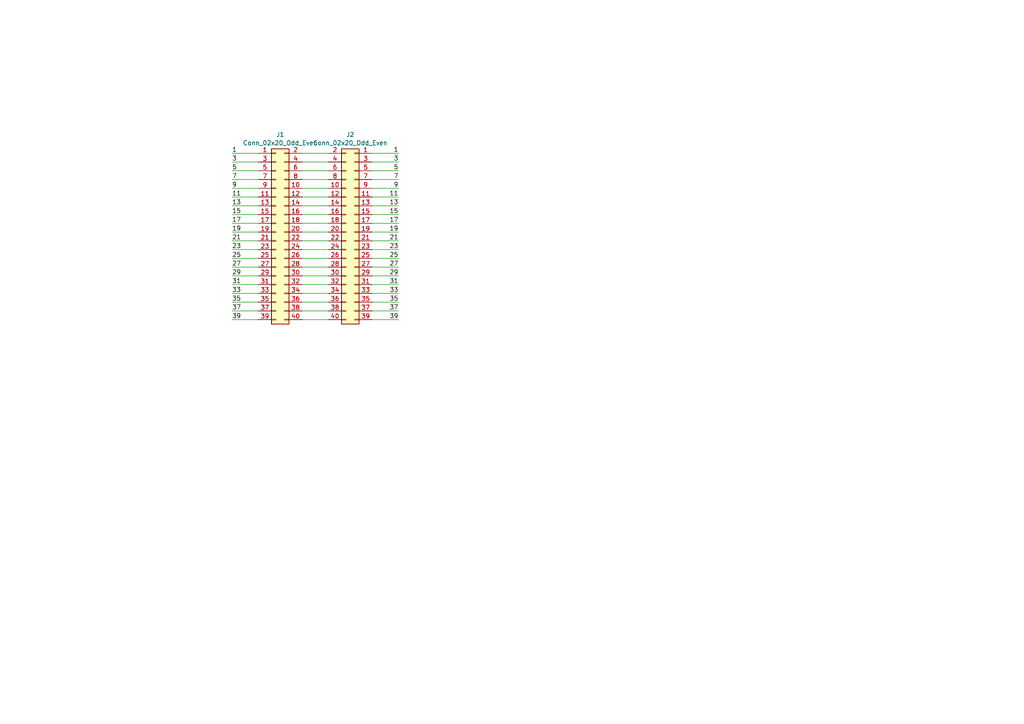
<source format=kicad_sch>
(kicad_sch (version 20231120) (generator "eeschema") (generator_version "8.0")
  (paper "A4")
  (title_block (title "IDE 40 - 40 male adapter") (date "2024-06-28") (rev "1") (company "Mario Goegel"))
  (lib_symbols
    (symbol "Connector_Generic:Conn_02x20_Odd_Even" (pin_names (offset 1.016) hide)
      (property "Reference" "J" (at 1.27 25.4 0))
      (property "Value" "Conn_02x20_Odd_Even" (at 1.27 -27.94 0))
      (symbol "Conn_02x20_Odd_Even_1_1"
        (rectangle (start -1.27 -25.273) (end 0 -25.527) (stroke (width 0.1524)))
        (rectangle (start -1.27 -22.733) (end 0 -22.987) (stroke (width 0.1524)))
        (rectangle (start -1.27 -20.193) (end 0 -20.447) (stroke (width 0.1524)))
        (rectangle (start -1.27 -17.653) (end 0 -17.907) (stroke (width 0.1524)))
        (rectangle (start -1.27 -15.113) (end 0 -15.367) (stroke (width 0.1524)))
        (rectangle (start -1.27 -12.573) (end 0 -12.827) (stroke (width 0.1524)))
        (rectangle (start -1.27 -10.033) (end 0 -10.287) (stroke (width 0.1524)))
        (rectangle (start -1.27 -7.493) (end 0 -7.747) (stroke (width 0.1524)))
        (rectangle (start -1.27 -4.953) (end 0 -5.207) (stroke (width 0.1524)))
        (rectangle (start -1.27 -2.413) (end 0 -2.667) (stroke (width 0.1524)))
        (rectangle (start -1.27 0.127) (end 0 -0.127) (stroke (width 0.1524)))
        (rectangle (start -1.27 2.667) (end 0 2.413) (stroke (width 0.1524)))
        (rectangle (start -1.27 5.207) (end 0 4.953) (stroke (width 0.1524)))
        (rectangle (start -1.27 7.747) (end 0 7.493) (stroke (width 0.1524)))
        (rectangle (start -1.27 10.287) (end 0 10.033) (stroke (width 0.1524)))
        (rectangle (start -1.27 12.827) (end 0 12.573) (stroke (width 0.1524)))
        (rectangle (start -1.27 15.367) (end 0 15.113) (stroke (width 0.1524)))
        (rectangle (start -1.27 17.907) (end 0 17.653) (stroke (width 0.1524)))
        (rectangle (start -1.27 20.447) (end 0 20.193) (stroke (width 0.1524)))
        (rectangle (start -1.27 22.987) (end 0 22.733) (stroke (width 0.1524)))
        (rectangle (start -1.27 24.13) (end 3.81 -26.67) (stroke (width 0.254)) (fill (type background)))
        (rectangle (start 3.81 -25.273) (end 2.54 -25.527) (stroke (width 0.1524)))
        (rectangle (start 3.81 -22.733) (end 2.54 -22.987) (stroke (width 0.1524)))
        (rectangle (start 3.81 -20.193) (end 2.54 -20.447) (stroke (width 0.1524)))
        (rectangle (start 3.81 -17.653) (end 2.54 -17.907) (stroke (width 0.1524)))
        (rectangle (start 3.81 -15.113) (end 2.54 -15.367) (stroke (width 0.1524)))
        (rectangle (start 3.81 -12.573) (end 2.54 -12.827) (stroke (width 0.1524)))
        (rectangle (start 3.81 -10.033) (end 2.54 -10.287) (stroke (width 0.1524)))
        (rectangle (start 3.81 -7.493) (end 2.54 -7.747) (stroke (width 0.1524)))
        (rectangle (start 3.81 -4.953) (end 2.54 -5.207) (stroke (width 0.1524)))
        (rectangle (start 3.81 -2.413) (end 2.54 -2.667) (stroke (width 0.1524)))
        (rectangle (start 3.81 0.127) (end 2.54 -0.127) (stroke (width 0.1524)))
        (rectangle (start 3.81 2.667) (end 2.54 2.413) (stroke (width 0.1524)))
        (rectangle (start 3.81 5.207) (end 2.54 4.953) (stroke (width 0.1524)))
        (rectangle (start 3.81 7.747) (end 2.54 7.493) (stroke (width 0.1524)))
        (rectangle (start 3.81 10.287) (end 2.54 10.033) (stroke (width 0.1524)))
        (rectangle (start 3.81 12.827) (end 2.54 12.573) (stroke (width 0.1524)))
        (rectangle (start 3.81 15.367) (end 2.54 15.113) (stroke (width 0.1524)))
        (rectangle (start 3.81 17.907) (end 2.54 17.653) (stroke (width 0.1524)))
        (rectangle (start 3.81 20.447) (end 2.54 20.193) (stroke (width 0.1524)))
        (rectangle (start 3.81 22.987) (end 2.54 22.733) (stroke (width 0.1524)))
        (pin passive line (at -5.08 22.86 0) (length 3.81) (name "Pin_1") (number "1"))
        (pin passive line (at 7.62 12.7 180) (length 3.81) (name "Pin_10") (number "10"))
        (pin passive line (at -5.08 10.16 0) (length 3.81) (name "Pin_11") (number "11"))
        (pin passive line (at 7.62 10.16 180) (length 3.81) (name "Pin_12") (number "12"))
        (pin passive line (at -5.08 7.62 0) (length 3.81) (name "Pin_13") (number "13"))
        (pin passive line (at 7.62 7.62 180) (length 3.81) (name "Pin_14") (number "14"))
        (pin passive line (at -5.08 5.08 0) (length 3.81) (name "Pin_15") (number "15"))
        (pin passive line (at 7.62 5.08 180) (length 3.81) (name "Pin_16") (number "16"))
        (pin passive line (at -5.08 2.54 0) (length 3.81) (name "Pin_17") (number "17"))
        (pin passive line (at 7.62 2.54 180) (length 3.81) (name "Pin_18") (number "18"))
        (pin passive line (at -5.08 0 0) (length 3.81) (name "Pin_19") (number "19"))
        (pin passive line (at 7.62 22.86 180) (length 3.81) (name "Pin_2") (number "2"))
        (pin passive line (at 7.62 0 180) (length 3.81) (name "Pin_20") (number "20"))
        (pin passive line (at -5.08 -2.54 0) (length 3.81) (name "Pin_21") (number "21"))
        (pin passive line (at 7.62 -2.54 180) (length 3.81) (name "Pin_22") (number "22"))
        (pin passive line (at -5.08 -5.08 0) (length 3.81) (name "Pin_23") (number "23"))
        (pin passive line (at 7.62 -5.08 180) (length 3.81) (name "Pin_24") (number "24"))
        (pin passive line (at -5.08 -7.62 0) (length 3.81) (name "Pin_25") (number "25"))
        (pin passive line (at 7.62 -7.62 180) (length 3.81) (name "Pin_26") (number "26"))
        (pin passive line (at -5.08 -10.16 0) (length 3.81) (name "Pin_27") (number "27"))
        (pin passive line (at 7.62 -10.16 180) (length 3.81) (name "Pin_28") (number "28"))
        (pin passive line (at -5.08 -12.7 0) (length 3.81) (name "Pin_29") (number "29"))
        (pin passive line (at -5.08 20.32 0) (length 3.81) (name "Pin_3") (number "3"))
        (pin passive line (at 7.62 -12.7 180) (length 3.81) (name "Pin_30") (number "30"))
        (pin passive line (at -5.08 -15.24 0) (length 3.81) (name "Pin_31") (number "31"))
        (pin passive line (at 7.62 -15.24 180) (length 3.81) (name "Pin_32") (number "32"))
        (pin passive line (at -5.08 -17.78 0) (length 3.81) (name "Pin_33") (number "33"))
        (pin passive line (at 7.62 -17.78 180) (length 3.81) (name "Pin_34") (number "34"))
        (pin passive line (at -5.08 -20.32 0) (length 3.81) (name "Pin_35") (number "35"))
        (pin passive line (at 7.62 -20.32 180) (length 3.81) (name "Pin_36") (number "36"))
        (pin passive line (at -5.08 -22.86 0) (length 3.81) (name "Pin_37") (number "37"))
        (pin passive line (at 7.62 -22.86 180) (length 3.81) (name "Pin_38") (number "38"))
        (pin passive line (at -5.08 -25.4 0) (length 3.81) (name "Pin_39") (number "39"))
        (pin passive line (at 7.62 20.32 180) (length 3.81) (name "Pin_4") (number "4"))
        (pin passive line (at 7.62 -25.4 180) (length 3.81) (name "Pin_40") (number "40"))
        (pin passive line (at -5.08 17.78 0) (length 3.81) (name "Pin_5") (number "5"))
        (pin passive line (at 7.62 17.78 180) (length 3.81) (name "Pin_6") (number "6"))
        (pin passive line (at -5.08 15.24 0) (length 3.81) (name "Pin_7") (number "7"))
        (pin passive line (at 7.62 15.24 180) (length 3.81) (name "Pin_8") (number "8"))
        (pin passive line (at -5.08 12.7 0) (length 3.81) (name "Pin_9") (number "9"))
      )
    )
  )
  (wire (pts (xy 87.63 49.53) (xy 95.25 49.53)))
  (wire (pts (xy 107.95 46.99) (xy 115.57 46.99)))
  (wire (pts (xy 87.63 80.01) (xy 95.25 80.01)))
  (wire (pts (xy 107.95 69.85) (xy 115.57 69.85)))
  (wire (pts (xy 87.63 62.23) (xy 95.25 62.23)))
  (wire (pts (xy 107.95 72.39) (xy 115.57 72.39)))
  (wire (pts (xy 67.31 49.53) (xy 74.93 49.53)))
  (wire (pts (xy 107.95 90.17) (xy 115.57 90.17)))
  (wire (pts (xy 107.95 92.71) (xy 115.57 92.71)))
  (wire (pts (xy 67.31 77.47) (xy 74.93 77.47)))
  (wire (pts (xy 67.31 69.85) (xy 74.93 69.85)))
  (wire (pts (xy 87.63 87.63) (xy 95.25 87.63)))
  (wire (pts (xy 67.31 80.01) (xy 74.93 80.01)))
  (wire (pts (xy 87.63 59.69) (xy 95.25 59.69)))
  (wire (pts (xy 67.31 82.55) (xy 74.93 82.55)))
  (wire (pts (xy 107.95 80.01) (xy 115.57 80.01)))
  (wire (pts (xy 87.63 46.99) (xy 95.25 46.99)))
  (wire (pts (xy 87.63 74.93) (xy 95.25 74.93)))
  (wire (pts (xy 67.31 87.63) (xy 74.93 87.63)))
  (wire (pts (xy 107.95 44.45) (xy 115.57 44.45)))
  (wire (pts (xy 67.31 64.77) (xy 74.93 64.77)))
  (wire (pts (xy 87.63 57.15) (xy 95.25 57.15)))
  (wire (pts (xy 67.31 44.45) (xy 74.93 44.45)))
  (wire (pts (xy 87.63 54.61) (xy 95.25 54.61)))
  (wire (pts (xy 87.63 92.71) (xy 95.25 92.71)))
  (wire (pts (xy 107.95 52.07) (xy 115.57 52.07)))
  (wire (pts (xy 87.63 82.55) (xy 95.25 82.55)))
  (wire (pts (xy 107.95 87.63) (xy 115.57 87.63)))
  (wire (pts (xy 107.95 62.23) (xy 115.57 62.23)))
  (wire (pts (xy 67.31 52.07) (xy 74.93 52.07)))
  (wire (pts (xy 67.31 72.39) (xy 74.93 72.39)))
  (wire (pts (xy 107.95 49.53) (xy 115.57 49.53)))
  (wire (pts (xy 87.63 64.77) (xy 95.25 64.77)))
  (wire (pts (xy 107.95 54.61) (xy 115.57 54.61)))
  (wire (pts (xy 67.31 74.93) (xy 74.93 74.93)))
  (wire (pts (xy 67.31 59.69) (xy 74.93 59.69)))
  (wire (pts (xy 67.31 90.17) (xy 74.93 90.17)))
  (wire (pts (xy 67.31 62.23) (xy 74.93 62.23)))
  (wire (pts (xy 67.31 57.15) (xy 74.93 57.15)))
  (wire (pts (xy 87.63 69.85) (xy 95.25 69.85)))
  (wire (pts (xy 67.31 85.09) (xy 74.93 85.09)))
  (wire (pts (xy 107.95 77.47) (xy 115.57 77.47)))
  (wire (pts (xy 87.63 85.09) (xy 95.25 85.09)))
  (wire (pts (xy 87.63 44.45) (xy 95.25 44.45)))
  (wire (pts (xy 67.31 92.71) (xy 74.93 92.71)))
  (wire (pts (xy 87.63 90.17) (xy 95.25 90.17)))
  (wire (pts (xy 87.63 77.47) (xy 95.25 77.47)))
  (wire (pts (xy 87.63 52.07) (xy 95.25 52.07)))
  (wire (pts (xy 107.95 67.31) (xy 115.57 67.31)))
  (wire (pts (xy 107.95 64.77) (xy 115.57 64.77)))
  (wire (pts (xy 107.95 74.93) (xy 115.57 74.93)))
  (wire (pts (xy 107.95 57.15) (xy 115.57 57.15)))
  (wire (pts (xy 67.31 54.61) (xy 74.93 54.61)))
  (wire (pts (xy 87.63 67.31) (xy 95.25 67.31)))
  (wire (pts (xy 67.31 67.31) (xy 74.93 67.31)))
  (wire (pts (xy 107.95 82.55) (xy 115.57 82.55)))
  (wire (pts (xy 87.63 72.39) (xy 95.25 72.39)))
  (wire (pts (xy 67.31 46.99) (xy 74.93 46.99)))
  (wire (pts (xy 107.95 59.69) (xy 115.57 59.69)))
  (wire (pts (xy 107.95 85.09) (xy 115.57 85.09)))
  (label "27" (at 115.57 77.47 180))
  (label "1" (at 115.57 44.45 180))
  (label "7" (at 67.31 52.07 0))
  (label "11" (at 115.57 57.15 180))
  (label "29" (at 115.57 80.01 180))
  (label "11" (at 67.31 57.15 0))
  (label "5" (at 67.31 49.53 0))
  (label "3" (at 115.57 46.99 180))
  (label "21" (at 115.57 69.85 180))
  (label "19" (at 115.57 67.31 180))
  (label "9" (at 115.57 54.61 180))
  (label "9" (at 67.31 54.61 0))
  (label "31" (at 67.31 82.55 0))
  (label "17" (at 115.57 64.77 180))
  (label "3" (at 67.31 46.99 0))
  (label "1" (at 67.31 44.45 0))
  (label "37" (at 115.57 90.17 180))
  (label "21" (at 67.31 69.85 0))
  (label "17" (at 67.31 64.77 0))
  (label "5" (at 115.57 49.53 180))
  (label "39" (at 115.57 92.71 180))
  (label "37" (at 67.31 90.17 0))
  (label "13" (at 67.31 59.69 0))
  (label "27" (at 67.31 77.47 0))
  (label "25" (at 115.57 74.93 180))
  (label "35" (at 67.31 87.63 0))
  (label "19" (at 67.31 67.31 0))
  (label "33" (at 115.57 85.09 180))
  (label "15" (at 115.57 62.23 180))
  (label "7" (at 115.57 52.07 180))
  (label "35" (at 115.57 87.63 180))
  (label "23" (at 67.31 72.39 0))
  (label "23" (at 115.57 72.39 180))
  (label "25" (at 67.31 74.93 0))
  (label "31" (at 115.57 82.55 180))
  (label "15" (at 67.31 62.23 0))
  (label "13" (at 115.57 59.69 180))
  (label "39" (at 67.31 92.71 0))
  (label "33" (at 67.31 85.09 0))
  (label "29" (at 67.31 80.01 0))
  (symbol (lib_id "Connector_Generic:Conn_02x20_Odd_Even") (at 80.01 67.31 0) (unit 1)
    (property "Reference" "J1" (at 81.28 39.0355 0))
    (property "Value" "Conn_02x20_Odd_Even" (at 81.28 41.4598 0))
    (property "Footprint" "Connector_PinHeader_2.54mm:PinHeader_2x20_P2.54mm_Vertical_SMD" (effects (hide yes)))
    (property "Description" "Generic connector, double row, 02x20, odd/even pin numbering scheme (row 1 odd numbers, row 2 even numbers), script generated (kicad-library-utils/schlib/autogen/connector/)" (effects (hide yes)))
  )
  (symbol (lib_id "Connector_Generic:Conn_02x20_Odd_Even") (at 102.87 67.31 0) (mirror y) (unit 1)
    (property "Reference" "J2" (at 101.6 39.0355 0))
    (property "Value" "Conn_02x20_Odd_Even" (at 101.6 41.4598 0))
    (property "Footprint" "Connector_PinHeader_2.54mm:PinHeader_2x20_P2.54mm_Vertical_SMD" (effects (hide yes)))
    (property "Description" "Generic connector, double row, 02x20, odd/even pin numbering scheme (row 1 odd numbers, row 2 even numbers), script generated (kicad-library-utils/schlib/autogen/connector/)" (effects (hide yes)))
  )
)
</source>
